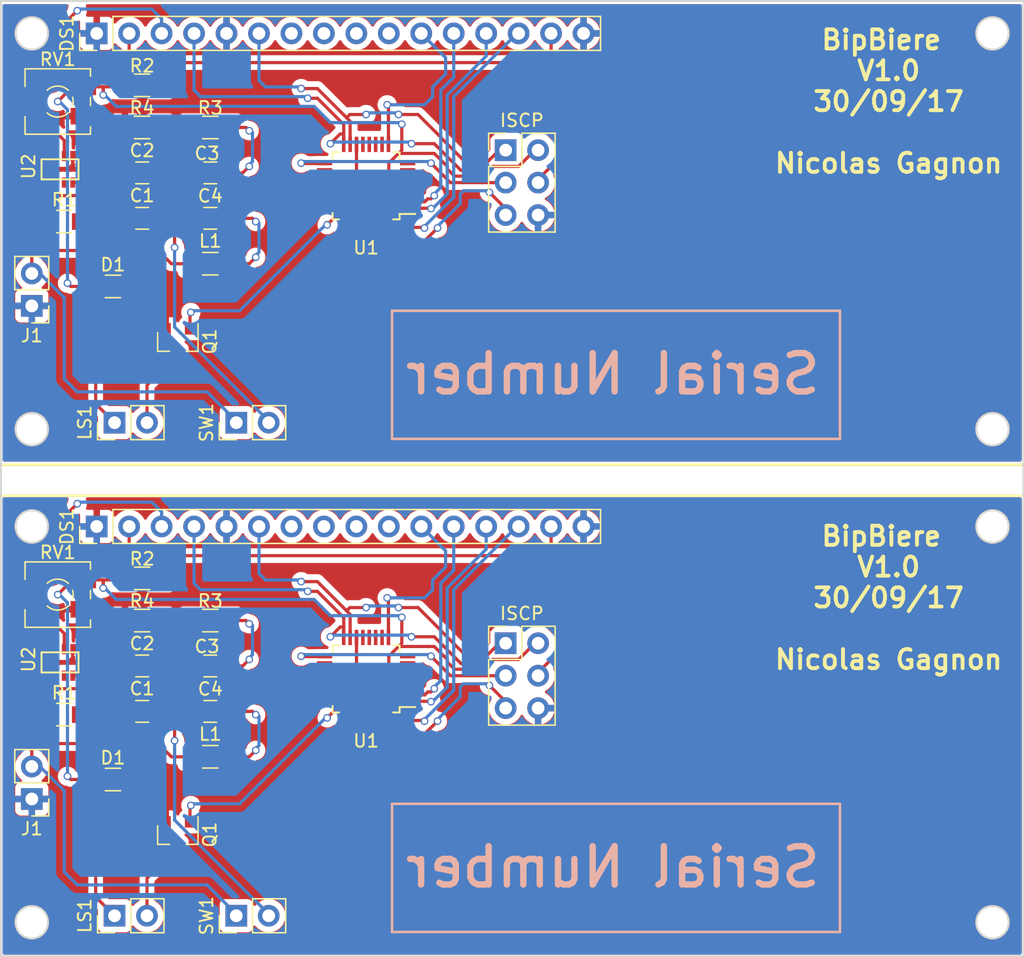
<source format=kicad_pcb>
(kicad_pcb (version 20221018) (generator pcbnew)
  (layers (0 "F.Cu" signal) (31 "B.Cu" signal) (34 "B.Paste" user) (35 "F.Paste" user) (36 "B.SilkS" user "B.Silkscreen") (37 "F.SilkS" user "F.Silkscreen") (38 "B.Mask" user) (39 "F.Mask" user) (44 "Edge.Cuts" user))
  (net 0 "")
  (net 1 "Net-(C1-Pad1)")
  (net 2 "Net-(C1-Pad2)")
  (net 3 "Net-(C2-Pad1)")
  (net 4 "Net-(C2-Pad2)")
  (net 5 "GND")
  (net 6 "+5V")
  (net 7 "Net-(D1-Pad2)")
  (net 8 "Net-(DS1-Pad3)")
  (net 9 "Net-(DS1-Pad7)")
  (net 10 "Net-(DS1-Pad8)")
  (net 11 "Net-(DS1-Pad9)")
  (net 12 "Net-(DS1-Pad10)")
  (net 13 "Net-(DS1-Pad11)")
  (net 14 "Net-(DS1-Pad12)")
  (net 15 "Net-(DS1-Pad13)")
  (net 16 "Net-(DS1-Pad14)")
  (net 17 "Net-(DS1-Pad15)")
  (net 18 "Net-(J1-Pad2)")
  (net 19 "/Speaker")
  (net 20 "Net-(R1-Pad1)")
  (net 21 "Net-(SW1-Pad2)")
  (net 22 "Net-(U2-Pad7)")
  (net 23 "Net-(U1-Pad7)")
  (net 24 "Net-(U1-Pad8)")
  (net 25 "Net-(U1-Pad10)")
  (net 26 "Net-(U1-Pad11)")
  (net 27 "Net-(U1-Pad12)")
  (net 28 "Net-(U1-Pad13)")
  (net 29 "Net-(U1-Pad18)")
  (net 30 "Net-(U1-Pad19)")
  (net 31 "Net-(U1-Pad20)")
  (net 32 "Net-(U1-Pad22)")
  (net 33 "Net-(U1-Pad23)")
  (net 34 "Net-(U1-Pad24)")
  (net 35 "Net-(U1-Pad25)")
  (net 36 "Net-(U1-Pad26)")
  (net 37 "Net-(U1-Pad27)")
  (net 38 "Net-(U1-Pad28)")
  (net 39 "Net-(U1-Pad30)")
  (net 40 "Net-(U1-Pad31)")
  (net 41 "Net-(CON1-Pad1)")
  (net 42 "Net-(CON1-Pad3)")
  (net 43 "Net-(CON1-Pad4)")
  (net 44 "Net-(CON1-Pad5)")
  (footprint "Capacitors_SMD:C_0805_HandSoldering" (layer "F.Cu") (at 106.934 74.168 180)
    (fp_text reference "C1")
    (fp_text value "0.1u" hide)
  )
  (footprint "Capacitors_SMD:C_0805_HandSoldering" (layer "F.Cu") (at 106.934 70.612)
    (fp_text reference "C2")
    (fp_text value "22p" hide)
  )
  (footprint "Capacitors_SMD:C_0805_HandSoldering" (layer "F.Cu") (at 112.268 70.612)
    (fp_text reference "C3")
    (fp_text value "22u" hide)
  )
  (footprint "Capacitors_SMD:C_0805_HandSoldering" (layer "F.Cu") (at 112.268 74.168)
    (fp_text reference "C4")
    (fp_text value "22u" hide)
  )
  (footprint "Resistors_SMD:R_0805_HandSoldering" (layer "F.Cu") (at 104.648 79.502)
    (fp_text reference "D1")
    (fp_text value "Shockley 0.45V" hide)
  )
  (footprint "Inductors_SMD:L_0805_HandSoldering" (layer "F.Cu") (at 112.268 77.724)
    (fp_text reference "L1")
    (fp_text value "L" hide)
  )
  (footprint "Pin_Headers:Pin_Header_Straight_1x02_Pitch2.54mm" (layer "F.Cu") (at 104.775 90.17 90)
    (fp_text reference "LS1")
    (fp_text value "Speaker" hide)
  )
  (footprint "TO_SOT_Packages_SMD:SOT-23" (layer "F.Cu") (at 109.728 83.82 -90)
    (fp_text reference "Q1")
    (fp_text value "2N7002" hide)
  )
  (footprint "Resistors_SMD:R_0805_HandSoldering" (layer "F.Cu") (at 100.838 74.422)
    (fp_text reference "R1")
    (fp_text value "20" hide)
  )
  (footprint "Resistors_SMD:R_0805_HandSoldering" (layer "F.Cu") (at 106.934 63.754 180)
    (fp_text reference "R2")
    (fp_text value "220" hide)
  )
  (footprint "Resistors_SMD:R_0805_HandSoldering" (layer "F.Cu") (at 112.268 67.056 180)
    (fp_text reference "R3")
    (fp_text value "107k" hide)
  )
  (footprint "Resistors_SMD:R_0805_HandSoldering" (layer "F.Cu") (at 106.934 67.056 180)
    (fp_text reference "R4")
    (fp_text value "20k" hide)
  )
  (footprint "Potentiometers:Potentiometer_Trimmer_Vishay_TS53YJ" (layer "F.Cu") (at 100.33 65.024)
    (fp_text reference "RV1")
    (fp_text value "10k" hide)
  )
  (footprint "Pin_Headers:Pin_Header_Straight_1x02_Pitch2.54mm" (layer "F.Cu") (at 114.3 90.17 90)
    (fp_text reference "SW1")
    (fp_text value "SW_SPST" hide)
  )
  (footprint "BipBiere:RT6215E" (layer "F.Cu") (at 100.33 70.104 -90)
    (fp_text reference "U2")
    (fp_text value "RT6215E" hide)
  )
  (footprint "Housings_QFP:LQFP-32_5x5mm_Pitch0.5mm" (layer "F.Cu") (at 124.46 71.628 180)
    (fp_text reference "U1")
    (fp_text value "ATMEGA328-AU" hide)
  )
  (footprint "Pin_Headers:Pin_Header_Straight_1x02_Pitch2.54mm" (layer "F.Cu") (at 98.298 81.026 180)
    (fp_text reference "J1")
    (fp_text value "Batt" hide)
  )
  (footprint "Pin_Headers:Pin_Header_Straight_1x16_Pitch2.54mm" (layer "F.Cu") (at 103.378 59.69 90)
    (fp_text reference "DS1")
    (fp_text value "LCD16X2" hide)
  )
  (footprint "Pin_Headers:Pin_Header_Straight_2x03_Pitch2.54mm" (layer "F.Cu") (at 135.382 68.834)
    (fp_text reference "ISCP")
    (fp_text value "AVR-ISP-6" hide)
  )
  (footprint "Capacitors_SMD:C_0805_HandSoldering" (layer "F.Cu") (at 106.934 112.776 180)
    (fp_text reference "C1")
    (fp_text value "0.1u" hide)
  )
  (footprint "Capacitors_SMD:C_0805_HandSoldering" (layer "F.Cu") (at 106.934 109.22)
    (fp_text reference "C2")
    (fp_text value "22p" hide)
  )
  (footprint "Capacitors_SMD:C_0805_HandSoldering" (layer "F.Cu") (at 112.268 109.22)
    (fp_text reference "C3")
    (fp_text value "22u" hide)
  )
  (footprint "Capacitors_SMD:C_0805_HandSoldering" (layer "F.Cu") (at 112.268 112.776)
    (fp_text reference "C4")
    (fp_text value "22u" hide)
  )
  (footprint "Resistors_SMD:R_0805_HandSoldering" (layer "F.Cu") (at 104.648 118.11)
    (fp_text reference "D1")
    (fp_text value "Shockley 0.45V" hide)
  )
  (footprint "Inductors_SMD:L_0805_HandSoldering" (layer "F.Cu") (at 112.268 116.332)
    (fp_text reference "L1")
    (fp_text value "L" hide)
  )
  (footprint "Pin_Headers:Pin_Header_Straight_1x02_Pitch2.54mm" (layer "F.Cu") (at 104.775 128.778 90)
    (fp_text reference "LS1")
    (fp_text value "Speaker" hide)
  )
  (footprint "TO_SOT_Packages_SMD:SOT-23" (layer "F.Cu") (at 109.728 122.428 -90)
    (fp_text reference "Q1")
    (fp_text value "2N7002" hide)
  )
  (footprint "Resistors_SMD:R_0805_HandSoldering" (layer "F.Cu") (at 100.838 113.03)
    (fp_text reference "R1")
    (fp_text value "20" hide)
  )
  (footprint "Resistors_SMD:R_0805_HandSoldering" (layer "F.Cu") (at 106.934 102.362 180)
    (fp_text reference "R2")
    (fp_text value "220" hide)
  )
  (footprint "Resistors_SMD:R_0805_HandSoldering" (layer "F.Cu") (at 112.268 105.664 180)
    (fp_text reference "R3")
    (fp_text value "107k" hide)
  )
  (footprint "Resistors_SMD:R_0805_HandSoldering" (layer "F.Cu") (at 106.934 105.664 180)
    (fp_text reference "R4")
    (fp_text value "20k" hide)
  )
  (footprint "Potentiometers:Potentiometer_Trimmer_Vishay_TS53YJ" (layer "F.Cu") (at 100.33 103.632)
    (fp_text reference "RV1")
    (fp_text value "10k" hide)
  )
  (footprint "Pin_Headers:Pin_Header_Straight_1x02_Pitch2.54mm" (layer "F.Cu") (at 114.3 128.778 90)
    (fp_text reference "SW1")
    (fp_text value "SW_SPST" hide)
  )
  (footprint "BipBiere:RT6215E" (layer "F.Cu") (at 100.33 108.712 -90)
    (fp_text reference "U2")
    (fp_text value "RT6215E" hide)
  )
  (footprint "Housings_QFP:LQFP-32_5x5mm_Pitch0.5mm" (layer "F.Cu") (at 124.46 110.236 180)
    (fp_text reference "U1")
    (fp_text value "ATMEGA328-AU" hide)
  )
  (footprint "Pin_Headers:Pin_Header_Straight_1x02_Pitch2.54mm" (layer "F.Cu") (at 98.298 119.634 180)
    (fp_text reference "J1")
    (fp_text value "Batt" hide)
  )
  (footprint "Pin_Headers:Pin_Header_Straight_1x16_Pitch2.54mm" (layer "F.Cu") (at 103.378 98.298 90)
    (fp_text reference "DS1")
    (fp_text value "LCD16X2" hide)
  )
  (footprint "Pin_Headers:Pin_Header_Straight_2x03_Pitch2.54mm" (layer "F.Cu") (at 135.382 107.442)
    (fp_text reference "ISCP")
    (fp_text value "AVR-ISP-6" hide)
  )
  (gr_line (start 126.492 120.015) (end 126.492 130.048) (stroke (width 0.2)) (layer "B.SilkS"))
  (gr_line (start 161.544 120.015) (end 126.492 120.015) (stroke (width 0.2)) (layer "B.SilkS"))
  (gr_line (start 161.544 130.048) (end 161.544 120.015) (stroke (width 0.2)) (layer "B.SilkS"))
  (gr_line (start 126.492 130.048) (end 161.544 130.048) (stroke (width 0.2)) (layer "B.SilkS"))
  (gr_line (start 161.544 91.44) (end 161.544 81.407) (stroke (width 0.2)) (layer "B.SilkS"))
  (gr_line (start 161.544 81.407) (end 126.492 81.407) (stroke (width 0.2)) (layer "B.SilkS"))
  (gr_line (start 126.492 81.407) (end 126.492 91.44) (stroke (width 0.2)) (layer "B.SilkS"))
  (gr_line (start 126.492 91.44) (end 161.544 91.44) (stroke (width 0.2)) (layer "B.SilkS"))
  (gr_line (start 96.012 95.885) (end 175.768 95.885) (stroke (width 0.2)) (layer "F.SilkS"))
  (gr_line (start 175.768 93.472) (end 96.012 93.472) (stroke (width 0.2)) (layer "F.SilkS"))
  (gr_circle (center 173.482 98.298) (end 174.752 98.298) (stroke (width 0.15)) (fill none) (layer "Edge.Cuts"))
  (gr_circle (center 173.482 129.286) (end 174.752 129.286) (stroke (width 0.15)) (fill none) (layer "Edge.Cuts"))
  (gr_line (start 95.885 131.953) (end 175.895 131.953) (stroke (width 0.15)) (layer "Edge.Cuts"))
  (gr_line (start 175.895 95.758) (end 175.895 131.953) (stroke (width 0.15)) (layer "Edge.Cuts"))
  (gr_line (start 95.885 95.758) (end 95.885 131.953) (stroke (width 0.15)) (layer "Edge.Cuts"))
  (gr_circle (center 98.298 129.286) (end 97.028 129.286) (stroke (width 0.15)) (fill none) (layer "Edge.Cuts"))
  (gr_circle (center 98.298 98.298) (end 98.298 97.028) (stroke (width 0.15)) (fill none) (layer "Edge.Cuts"))
  (gr_circle (center 98.298 90.678) (end 97.028 90.678) (stroke (width 0.15)) (fill none) (layer "Edge.Cuts"))
  (gr_circle (center 173.482 59.69) (end 174.752 59.69) (stroke (width 0.15)) (fill none) (layer "Edge.Cuts"))
  (gr_line (start 175.895 57.15) (end 95.885 57.15) (stroke (width 0.15)) (layer "Edge.Cuts"))
  (gr_circle (center 98.298 59.69) (end 98.298 58.42) (stroke (width 0.15)) (fill none) (layer "Edge.Cuts"))
  (gr_line (start 95.885 93.345) (end 95.885 95.758) (stroke (width 0.15)) (layer "Edge.Cuts"))
  (gr_line (start 95.885 57.15) (end 95.885 93.345) (stroke (width 0.15)) (layer "Edge.Cuts"))
  (gr_line (start 175.895 93.345) (end 175.895 95.758) (stroke (width 0.15)) (layer "Edge.Cuts"))
  (gr_line (start 175.895 57.15) (end 175.895 93.345) (stroke (width 0.15)) (layer "Edge.Cuts"))
  (gr_circle (center 173.482 90.678) (end 174.752 90.678) (stroke (width 0.15)) (fill none) (layer "Edge.Cuts"))
  (gr_text "Serial Number" (at 143.764 124.968) (layer "B.SilkS") (effects (font (size 3 3) (thickness 0.5)) (justify mirror)))
  (gr_text "Serial Number" (at 143.764 86.36) (layer "B.SilkS") (effects (font (size 3 3) (thickness 0.5)) (justify mirror)))
  (gr_text "BipBiere \nV1.0\n30/09/17\n\nNicolas Gagnon" (at 165.354 65.024) (layer "F.SilkS") (effects (font (size 1.5 1.5) (thickness 0.3))))
  (gr_text "BipBiere \nV1.0\n30/09/17\n\nNicolas Gagnon" (at 165.354 103.886) (layer "F.SilkS") (effects (font (size 1.5 1.5) (thickness 0.3))))
  (segment (start 109.22 77.724) (end 108.184 76.688) (width 0.25) (layer "F.Cu") (net 1))
  (segment (start 108.184 76.688) (end 108.184 74.168) (width 0.25) (layer "F.Cu") (net 1))
  (segment (start 98.786 76.688) (end 97.79 75.692) (width 0.25) (layer "F.Cu") (net 1))
  (segment (start 97.79 75.692) (end 97.79 68.326) (width 0.25) (layer "F.Cu") (net 1))
  (segment (start 97.79 68.326) (end 98.298 67.818) (width 0.25) (layer "F.Cu") (net 1))
  (segment (start 98.298 67.818) (end 99.822 67.818) (width 0.25) (layer "F.Cu") (net 1))
  (segment (start 99.822 67.818) (end 100.1776 68.1736) (width 0.25) (layer "F.Cu") (net 1))
  (segment (start 100.1776 68.1736) (end 100.1776 69.2912) (width 0.25) (layer "F.Cu") (net 1))
  (segment (start 108.184 115.296) (end 98.786 115.296) (width 0.25) (layer "F.Cu") (net 1))
  (segment (start 100.1776 106.7816) (end 100.1776 107.8992) (width 0.25) (layer "F.Cu") (net 1))
  (segment (start 99.822 106.426) (end 100.1776 106.7816) (width 0.25) (layer "F.Cu") (net 1))
  (segment (start 98.298 106.426) (end 99.822 106.426) (width 0.25) (layer "F.Cu") (net 1))
  (segment (start 97.79 106.934) (end 98.298 106.426) (width 0.25) (layer "F.Cu") (net 1))
  (segment (start 97.79 114.3) (end 97.79 106.934) (width 0.25) (layer "F.Cu") (net 1))
  (segment (start 98.786 115.296) (end 97.79 114.3) (width 0.25) (layer "F.Cu") (net 1))
  (segment (start 110.918 116.332) (end 109.22 116.332) (width 0.25) (layer "F.Cu") (net 1))
  (segment (start 108.184 115.296) (end 108.184 112.776) (width 0.25) (layer "F.Cu") (net 1))
  (segment (start 109.22 116.332) (end 108.184 115.296) (width 0.25) (layer "F.Cu") (net 1))
  (segment (start 110.918 77.724) (end 109.22 77.724) (width 0.25) (layer "F.Cu") (net 1))
  (segment (start 108.184 76.688) (end 98.786 76.688) (width 0.25) (layer "F.Cu") (net 1))
  (segment (start 102.442 74.168) (end 102.188 74.422) (width 0.25) (layer "F.Cu") (net 2))
  (segment (start 105.684 112.776) (end 102.442 112.776) (width 0.25) (layer "F.Cu") (net 2))
  (segment (start 102.442 112.776) (end 102.188 113.03) (width 0.25) (layer "F.Cu") (net 2))
  (segment (start 105.684 74.168) (end 102.442 74.168) (width 0.25) (layer "F.Cu") (net 2))
  (segment (start 104.922 71.374) (end 105.684 70.612) (width 0.25) (layer "F.Cu") (net 3))
  (segment (start 108.284 68.012) (end 105.684 70.612) (width 0.25) (layer "F.Cu") (net 3))
  (segment (start 108.284 105.664) (end 108.284 106.62) (width 0.25) (layer "F.Cu") (net 3))
  (segment (start 108.284 106.62) (end 105.684 109.22) (width 0.25) (layer "F.Cu") (net 3))
  (segment (start 110.918 105.664) (end 108.284 105.664) (width 0.25) (layer "F.Cu") (net 3))
  (segment (start 101.4984 109.982) (end 104.922 109.982) (width 0.25) (layer "F.Cu") (net 3))
  (segment (start 104.922 109.982) (end 105.684 109.22) (width 0.25) (layer "F.Cu") (net 3))
  (segment (start 101.4984 71.374) (end 104.922 71.374) (width 0.25) (layer "F.Cu") (net 3))
  (segment (start 108.284 67.056) (end 108.284 68.012) (width 0.25) (layer "F.Cu") (net 3))
  (segment (start 110.918 67.056) (end 108.284 67.056) (width 0.25) (layer "F.Cu") (net 3))
  (segment (start 108.184 70.846) (end 109.728 72.39) (width 0.25) (layer "F.Cu") (net 4))
  (segment (start 109.728 72.39) (end 113.538 72.39) (width 0.25) (layer "F.Cu") (net 4))
  (segment (start 113.538 72.39) (end 113.518 72.41) (width 0.25) (layer "F.Cu") (net 4))
  (segment (start 113.518 72.41) (end 113.518 74.168) (width 0.25) (layer "F.Cu") (net 4))
  (segment (start 113.518 72.39) (end 113.538 72.39) (width 0.25) (layer "F.Cu") (net 4))
  (segment (start 113.518 77.624) (end 113.618 77.724) (width 0.25) (layer "F.Cu") (net 4))
  (segment (start 113.618 70.512) (end 113.518 70.612) (width 0.25) (layer "F.Cu") (net 4))
  (segment (start 114.808 70.612) (end 115.316 70.104) (width 0.25) (layer "F.Cu") (net 4))
  (segment (start 115.316 67.31) (end 115.062 67.056) (width 0.25) (layer "F.Cu") (net 4))
  (segment (start 115.062 67.056) (end 113.618 67.056) (width 0.25) (layer "F.Cu") (net 4))
  (segment (start 115.316 77.724) (end 115.824 77.216) (width 0.25) (layer "F.Cu") (net 4))
  (segment (start 115.824 74.422) (end 115.57 74.168) (width 0.25) (layer "F.Cu") (net 4))
  (segment (start 115.57 74.168) (end 113.518 74.168) (width 0.25) (layer "F.Cu") (net 4))
  (segment (start 113.618 116.332) (end 115.316 116.332) (width 0.25) (layer "F.Cu") (net 4))
  (segment (start 115.57 112.776) (end 113.518 112.776) (width 0.25) (layer "F.Cu") (net 4))
  (segment (start 115.824 113.03) (end 115.57 112.776) (width 0.25) (layer "F.Cu") (net 4))
  (segment (start 115.316 116.332) (end 115.824 115.824) (width 0.25) (layer "F.Cu") (net 4))
  (segment (start 113.518 109.22) (end 114.808 109.22) (width 0.25) (layer "F.Cu") (net 4))
  (segment (start 115.062 105.664) (end 113.618 105.664) (width 0.25) (layer "F.Cu") (net 4))
  (segment (start 115.316 105.918) (end 115.062 105.664) (width 0.25) (layer "F.Cu") (net 4))
  (segment (start 114.808 109.22) (end 115.316 108.712) (width 0.25) (layer "F.Cu") (net 4))
  (segment (start 113.618 109.12) (end 113.518 109.22) (width 0.25) (layer "F.Cu") (net 4))
  (segment (start 113.518 116.232) (end 113.618 116.332) (width 0.25) (layer "F.Cu") (net 4))
  (segment (start 113.518 109.22) (end 113.518 110.998) (width 0.25) (layer "F.Cu") (net 4))
  (segment (start 113.518 110.998) (end 113.538 110.998) (width 0.25) (layer "F.Cu") (net 4))
  (segment (start 108.184 109.22) (end 108.184 109.454) (width 0.25) (layer "F.Cu") (net 4))
  (segment (start 108.184 109.454) (end 109.728 110.998) (width 0.25) (layer "F.Cu") (net 4))
  (segment (start 109.728 110.998) (end 113.538 110.998) (width 0.25) (layer "F.Cu") (net 4))
  (segment (start 113.538 110.998) (end 113.518 111.018) (width 0.25) (layer "F.Cu") (net 4))
  (segment (start 113.518 111.018) (end 113.518 112.776) (width 0.25) (layer "F.Cu") (net 4))
  (segment (start 113.518 70.612) (end 114.808 70.612) (width 0.25) (layer "F.Cu") (net 4))
  (segment (start 113.518 70.612) (end 113.518 72.39) (width 0.25) (layer "F.Cu") (net 4))
  (segment (start 108.184 70.612) (end 108.184 70.846) (width 0.25) (layer "F.Cu") (net 4))
  (segment (start 113.618 77.724) (end 115.316 77.724) (width 0.25) (layer "F.Cu") (net 4))
  (via (at 115.824 113.03) (size 0.6) (drill 0.4) (layers "F.Cu" "B.Cu") (net 4))
  (via (at 115.824 115.824) (size 0.6) (drill 0.4) (layers "F.Cu" "B.Cu") (net 4))
  (via (at 115.316 105.918) (size 0.6) (drill 0.4) (layers "F.Cu" "B.Cu") (net 4))
  (via (at 115.316 108.712) (size 0.6) (drill 0.4) (layers "F.Cu" "B.Cu") (net 4))
  (via (at 115.316 70.104) (size 0.6) (drill 0.4) (layers "F.Cu" "B.Cu") (net 4))
  (via (at 115.316 67.31) (size 0.6) (drill 0.4) (layers "F.Cu" "B.Cu") (net 4))
  (via (at 115.824 77.216) (size 0.6) (drill 0.4) (layers "F.Cu" "B.Cu") (net 4))
  (via (at 115.824 74.422) (size 0.6) (drill 0.4) (layers "F.Cu" "B.Cu") (net 4))
  (segment (start 115.316 69.977) (end 115.57 69.723) (width 0.25) (layer "B.Cu") (net 4))
  (segment (start 115.57 69.723) (end 115.57 67.437) (width 0.25) (layer "B.Cu") (net 4))
  (segment (start 115.57 67.437) (end 115.316 67.183) (width 0.25) (layer "B.Cu") (net 4))
  (segment (start 115.824 77.089) (end 116.078 76.835) (width 0.25) (layer "B.Cu") (net 4))
  (segment (start 116.078 76.835) (end 116.078 74.549) (width 0.25) (layer "B.Cu") (net 4))
  (segment (start 116.078 74.549) (end 115.824 74.295) (width 0.25) (layer "B.Cu") (net 4))
  (segment (start 116.078 113.157) (end 115.824 112.903) (width 0.25) (layer "B.Cu") (net 4))
  (segment (start 116.078 115.443) (end 116.078 113.157) (width 0.25) (layer "B.Cu") (net 4))
  (segment (start 115.824 115.697) (end 116.078 115.443) (width 0.25) (layer "B.Cu") (net 4))
  (segment (start 115.57 106.045) (end 115.316 105.791) (width 0.25) (layer "B.Cu") (net 4))
  (segment (start 115.57 108.331) (end 115.57 106.045) (width 0.25) (layer "B.Cu") (net 4))
  (segment (start 115.316 108.585) (end 115.57 108.331) (width 0.25) (layer "B.Cu") (net 4))
  (segment (start 127.714 71.374) (end 127.71 71.378) (width 0.25) (layer "F.Cu") (net 5))
  (segment (start 119.638 71.878) (end 119.634 71.882) (width 0.25) (layer "F.Cu") (net 5))
  (segment (start 99.5172 70.0532) (end 99.822 70.358) (width 0.25) (layer "F.Cu") (net 5))
  (segment (start 99.822 70.358) (end 101.092 70.358) (width 0.25) (layer "F.Cu") (net 5))
  (segment (start 101.092 70.358) (end 101.4984 69.9516) (width 0.25) (layer "F.Cu") (net 5))
  (segment (start 101.4984 69.9516) (end 101.4984 69.2912) (width 0.25) (layer "F.Cu") (net 5))
  (segment (start 102.33 68.4596) (end 101.4984 69.2912) (width 0.25) (layer "F.Cu") (net 5))
  (segment (start 128.774 71.378) (end 128.778 71.374) (width 0.25) (layer "F.Cu") (net 5))
  (segment (start 128.782 71.378) (end 129.032 71.628) (width 0.25) (layer "F.Cu") (net 5))
  (segment (start 129.032 71.628) (end 129.032 72.136) (width 0.25) (layer "F.Cu") (net 5))
  (segment (start 129.032 72.136) (end 128.79 72.378) (width 0.25) (layer "F.Cu") (net 5))
  (segment (start 128.79 72.378) (end 127.71 72.378) (width 0.25) (layer "F.Cu") (net 5))
  (segment (start 128.774 109.986) (end 128.782 109.986) (width 0.25) (layer "F.Cu") (net 5))
  (segment (start 128.79 110.986) (end 127.71 110.986) (width 0.25) (layer "F.Cu") (net 5))
  (segment (start 129.032 110.744) (end 128.79 110.986) (width 0.25) (layer "F.Cu") (net 5))
  (segment (start 129.032 110.236) (end 129.032 110.744) (width 0.25) (layer "F.Cu") (net 5))
  (segment (start 128.782 109.986) (end 129.032 110.236) (width 0.25) (layer "F.Cu") (net 5))
  (segment (start 127.71 109.986) (end 128.774 109.986) (width 0.25) (layer "F.Cu") (net 5))
  (segment (start 128.774 109.986) (end 128.778 109.982) (width 0.25) (layer "F.Cu") (net 5))
  (segment (start 102.33 104.782) (end 102.33 107.0676) (width 0.25) (layer "F.Cu") (net 5))
  (segment (start 102.33 107.0676) (end 101.4984 107.8992) (width 0.25) (layer "F.Cu") (net 5))
  (segment (start 99.5172 107.8992) (end 99.5172 108.6612) (width 0.25) (layer "F.Cu") (net 5))
  (segment (start 101.4984 108.5596) (end 101.4984 107.8992) (width 0.25) (layer "F.Cu") (net 5))
  (segment (start 101.092 108.966) (end 101.4984 108.5596) (width 0.25) (layer "F.Cu") (net 5))
  (segment (start 99.822 108.966) (end 101.092 108.966) (width 0.25) (layer "F.Cu") (net 5))
  (segment (start 99.5172 108.6612) (end 99.822 108.966) (width 0.25) (layer "F.Cu") (net 5))
  (segment (start 121.21 110.486) (end 119.638 110.486) (width 0.25) (layer "F.Cu") (net 5))
  (segment (start 119.638 110.486) (end 119.634 110.49) (width 0.25) (layer "F.Cu") (net 5))
  (segment (start 127.714 109.982) (end 127.71 109.986) (width 0.25) (layer "F.Cu") (net 5))
  (segment (start 127.71 71.378) (end 128.774 71.378) (width 0.25) (layer "F.Cu") (net 5))
  (segment (start 121.21 71.878) (end 119.638 71.878) (width 0.25) (layer "F.Cu") (net 5))
  (segment (start 99.5172 69.2912) (end 99.5172 70.0532) (width 0.25) (layer "F.Cu") (net 5))
  (segment (start 102.33 66.174) (end 102.33 68.4596) (width 0.25) (layer "F.Cu") (net 5))
  (segment (start 128.774 71.378) (end 128.782 71.378) (width 0.25) (layer "F.Cu") (net 5))
  (segment (start 105.464 63.874) (end 105.584 63.754) (width 0.25) (layer "F.Cu") (net 6))
  (segment (start 105.918 63.42) (end 105.584 63.754) (width 0.25) (layer "F.Cu") (net 6))
  (segment (start 126.242 71.878) (end 125.992 71.628) (width 0.25) (layer "F.Cu") (net 6))
  (segment (start 125.992 71.628) (end 125.992 71.128) (width 0.25) (layer "F.Cu") (net 6))
  (segment (start 125.992 71.128) (end 126.238 70.882) (width 0.25) (layer "F.Cu") (net 6))
  (segment (start 126.238 70.882) (end 127.706 70.882) (width 0.25) (layer "F.Cu") (net 6))
  (segment (start 127.706 70.882) (end 127.71 70.878) (width 0.25) (layer "F.Cu") (net 6))
  (segment (start 103.886 63.874) (end 105.464 63.874) (width 0.25) (layer "F.Cu") (net 6))
  (segment (start 101.48 63.874) (end 100.33 65.024) (width 0.25) (layer "F.Cu") (net 6))
  (segment (start 101.092 79.248) (end 101.346 79.502) (width 0.25) (layer "F.Cu") (net 6))
  (segment (start 101.346 79.502) (end 103.298 79.502) (width 0.25) (layer "F.Cu") (net 6))
  (segment (start 103.298 88.693) (end 104.775 90.17) (width 0.25) (layer "F.Cu") (net 6))
  (segment (start 126.238 70.612) (end 126.238 70.882) (width 0.25) (layer "F.Cu") (net 6))
  (segment (start 126.238 69.85) (end 127 69.088) (width 0.25) (layer "F.Cu") (net 6))
  (segment (start 127.254 68.834) (end 127.254 66.802) (width 0.25) (layer "F.Cu") (net 6))
  (segment (start 103.886 64.516) (end 103.886 64.008) (width 0.25) (layer "F.Cu") (net 6))
  (segment (start 103.886 64.008) (end 103.886 64.516) (width 0.25) (layer "F.Cu") (net 6))
  (segment (start 137.668 68.834) (end 136.398 70.104) (width 0.25) (layer "F.Cu") (net 6))
  (segment (start 136.398 70.104) (end 134.874 70.104) (width 0.25) (layer "F.Cu") (net 6))
  (segment (start 130.81 70.104) (end 129.794 69.088) (width 0.25) (layer "F.Cu") (net 6))
  (segment (start 129.794 69.088) (end 129.286 69.088) (width 0.25) (layer "F.Cu") (net 6))
  (segment (start 129.286 69.088) (end 127 69.088) (width 0.25) (layer "F.Cu") (net 6))
  (segment (start 127 69.088) (end 127.254 68.834) (width 0.25) (layer "F.Cu") (net 6))
  (segment (start 134.366 70.104) (end 133.604 70.866) (width 0.25) (layer "F.Cu") (net 6))
  (segment (start 133.604 70.866) (end 131.375998 70.866) (width 0.25) (layer "F.Cu") (net 6))
  (segment (start 131.375998 70.866) (end 130.81 70.300002) (width 0.25) (layer "F.Cu") (net 6))
  (segment (start 130.81 70.300002) (end 130.81 70.104) (width 0.25) (layer "F.Cu") (net 6))
  (segment (start 134.874 108.712) (end 134.366 108.712) (width 0.25) (layer "F.Cu") (net 6))
  (segment (start 130.81 108.908002) (end 130.81 108.712) (width 0.25) (layer "F.Cu") (net 6))
  (segment (start 131.375998 109.474) (end 130.81 108.908002) (width 0.25) (layer "F.Cu") (net 6))
  (segment (start 133.604 109.474) (end 131.375998 109.474) (width 0.25) (layer "F.Cu") (net 6))
  (segment (start 134.366 108.712) (end 133.604 109.474) (width 0.25) (layer "F.Cu") (net 6))
  (segment (start 137.922 107.442) (end 137.668 107.442) (width 0.25) (layer "F.Cu") (net 6))
  (segment (start 137.668 107.442) (end 136.398 108.712) (width 0.25) (layer "F.Cu") (net 6))
  (segment (start 136.398 108.712) (end 134.874 108.712) (width 0.25) (layer "F.Cu") (net 6))
  (segment (start 130.81 108.712) (end 129.794 107.696) (width 0.25) (layer "F.Cu") (net 6))
  (segment (start 129.794 107.696) (end 129.286 107.696) (width 0.25) (layer "F.Cu") (net 6))
  (segment (start 129.286 107.696) (end 127 107.696) (width 0.25) (layer "F.Cu") (net 6))
  (segment (start 103.886 103.124) (end 103.886 102.616) (width 0.25) (layer "F.Cu") (net 6))
  (segment (start 126.238 109.22) (end 126.238 108.458) (width 0.25) (layer "F.Cu") (net 6))
  (segment (start 127.254 107.442) (end 127.254 105.41) (width 0.25) (layer "F.Cu") (net 6))
  (segment (start 126.238 108.458) (end 127 107.696) (width 0.25) (layer "F.Cu") (net 6))
  (segment (start 127 107.696) (end 127.254 107.442) (width 0.25) (layer "F.Cu") (net 6))
  (segment (start 127.71 110.486) (end 126.242 110.486) (width 0.25) (layer "F.Cu") (net 6))
  (segment (start 125.992 109.736) (end 126.238 109.49) (width 0.25) (layer "F.Cu") (net 6))
  (segment (start 125.992 110.236) (end 125.992 109.736) (width 0.25) (layer "F.Cu") (net 6))
  (segment (start 126.242 110.486) (end 125.992 110.236) (width 0.25) (layer "F.Cu") (net 6))
  (segment (start 103.886 102.482) (end 103.886 102.616) (width 0.25) (layer "F.Cu") (net 6))
  (segment (start 103.886 102.616) (end 103.886 103.124) (width 0.25) (layer "F.Cu") (net 6))
  (segment (start 126.238 109.49) (end 127.706 109.49) (width 0.25) (layer "F.Cu") (net 6))
  (segment (start 126.238 109.22) (end 126.238 109.49) (width 0.25) (layer "F.Cu") (net 6))
  (segment (start 103.298 118.11) (end 103.298 127.301) (width 0.25) (layer "F.Cu") (net 6))
  (segment (start 103.298 127.301) (end 104.775 128.778) (width 0.25) (layer "F.Cu") (net 6))
  (segment (start 102.33 102.482) (end 101.48 102.482) (width 0.25) (layer "F.Cu") (net 6))
  (segment (start 101.48 102.482) (end 100.33 103.632) (width 0.25) (layer "F.Cu") (net 6))
  (segment (start 101.346 118.11) (end 103.298 118.11) (width 0.25) (layer "F.Cu") (net 6))
  (segment (start 101.092 117.856) (end 101.346 118.11) (width 0.25) (layer "F.Cu") (net 6))
  (segment (start 127.706 109.49) (end 127.71 109.486) (width 0.25) (layer "F.Cu") (net 6))
  (segment (start 105.918 98.298) (end 105.918 102.028) (width 0.25) (layer "F.Cu") (net 6))
  (segment (start 105.918 102.028) (end 105.584 102.362) (width 0.25) (layer "F.Cu") (net 6))
  (segment (start 102.33 102.482) (end 103.886 102.482) (width 0.25) (layer "F.Cu") (net 6))
  (segment (start 103.886 102.482) (end 105.464 102.482) (width 0.25) (layer "F.Cu") (net 6))
  (segment (start 105.464 102.482) (end 105.584 102.362) (width 0.25) (layer "F.Cu") (net 6))
  (segment (start 105.918 59.69) (end 105.918 63.42) (width 0.25) (layer "F.Cu") (net 6))
  (segment (start 127.71 71.878) (end 126.242 71.878) (width 0.25) (layer "F.Cu") (net 6))
  (segment (start 102.33 63.874) (end 101.48 63.874) (width 0.25) (layer "F.Cu") (net 6))
  (segment (start 103.298 79.502) (end 103.298 88.693) (width 0.25) (layer "F.Cu") (net 6))
  (segment (start 103.886 63.874) (end 103.886 64.008) (width 0.25) (layer "F.Cu") (net 6))
  (segment (start 126.238 70.612) (end 126.238 69.85) (width 0.25) (layer "F.Cu") (net 6))
  (segment (start 102.33 63.874) (end 103.886 63.874) (width 0.25) (layer "F.Cu") (net 6))
  (segment (start 137.922 68.834) (end 137.668 68.834) (width 0.25) (layer "F.Cu") (net 6))
  (segment (start 134.874 70.104) (end 134.366 70.104) (width 0.25) (layer "F.Cu") (net 6))
  (via (at 103.886 103.124) (size 0.6) (drill 0.4) (layers "F.Cu" "B.Cu") (net 6))
  (via (at 127.254 105.41) (size 0.6) (drill 0.4) (layers "F.Cu" "B.Cu") (net 6))
  (via (at 101.092 117.856) (size 0.6) (drill 0.4) (layers "F.Cu" "B.Cu") (net 6))
  (via (at 100.33 103.632) (size 0.6) (drill 0.4) (layers "F.Cu" "B.Cu") (net 6))
  (via (at 103.886 64.516) (size 0.6) (drill 0.4) (layers "F.Cu" "B.Cu") (net 6))
  (via (at 101.092 79.248) (size 0.6) (drill 0.4) (layers "F.Cu" "B.Cu") (net 6))
  (via (at 127.254 66.802) (size 0.6) (drill 0.4) (layers "F.Cu" "B.Cu") (net 6))
  (via (at 100.33 65.024) (size 0.6) (drill 0.4) (layers "F.Cu" "B.Cu") (net 6))
  (segment (start 104.902 65.405) (end 120.396 65.405) (width 0.25) (layer "B.Cu") (net 6))
  (segment (start 120.396 65.405) (end 121.666 66.675) (width 0.25) (layer "B.Cu") (net 6))
  (segment (start 100.33 64.897) (end 101.092 65.659) (width 0.25) (layer "B.Cu") (net 6))
  (segment (start 101.092 65.659) (end 101.092 79.121) (width 0.25) (layer "B.Cu") (net 6))
  (segment (start 127.254 66.675) (end 121.666 66.675) (width 0.25) (layer "B.Cu") (net 6))
  (segment (start 104.902 104.013) (end 103.886 102.997) (width 0.25) (layer "B.Cu") (net 6))
  (segment (start 127.254 105.283) (end 121.666 105.283) (width 0.25) (layer "B.Cu") (net 6))
  (segment (start 120.396 104.013) (end 121.666 105.283) (width 0.25) (layer "B.Cu") (net 6))
  (segment (start 104.902 104.013) (end 120.396 104.013) (width 0.25) (layer "B.Cu") (net 6))
  (segment (start 101.092 104.267) (end 101.092 117.729) (width 0.25) (layer "B.Cu") (net 6))
  (segment (start 100.33 103.505) (end 101.092 104.267) (width 0.25) (layer "B.Cu") (net 6))
  (segment (start 104.902 65.405) (end 103.886 64.389) (width 0.25) (layer "B.Cu") (net 6))
  (segment (start 107.315 87.233) (end 108.196 86.352) (width 0.25) (layer "F.Cu") (net 7))
  (segment (start 108.196 86.352) (end 109.728 84.82) (width 0.25) (layer "F.Cu") (net 7))
  (segment (start 106.68 84.836) (end 106.68 80.184) (width 0.25) (layer "F.Cu") (net 7))
  (segment (start 106.68 80.184) (end 105.998 79.502) (width 0.25) (layer "F.Cu") (net 7))
  (segment (start 108.196 124.96) (end 106.68 123.444) (width 0.25) (layer "F.Cu") (net 7))
  (segment (start 106.68 118.792) (end 105.998 118.11) (width 0.25) (layer "F.Cu") (net 7))
  (segment (start 106.68 123.444) (end 106.68 118.792) (width 0.25) (layer "F.Cu") (net 7))
  (segment (start 107.315 128.778) (end 107.315 125.841) (width 0.25) (layer "F.Cu") (net 7))
  (segment (start 107.315 125.841) (end 108.196 124.96) (width 0.25) (layer "F.Cu") (net 7))
  (segment (start 108.196 124.96) (end 109.728 123.428) (width 0.25) (layer "F.Cu") (net 7))
  (segment (start 107.315 90.17) (end 107.315 87.233) (width 0.25) (layer "F.Cu") (net 7))
  (segment (start 108.196 86.352) (end 106.68 84.836) (width 0.25) (layer "F.Cu") (net 7))
  (segment (start 98.33 63.722) (end 100.584 61.468) (width 0.25) (layer "F.Cu") (net 8))
  (segment (start 100.584 61.468) (end 100.584 59.182) (width 0.25) (layer "F.Cu") (net 8))
  (segment (start 100.584 59.182) (end 101.854 57.912) (width 0.25) (layer "F.Cu") (net 8))
  (segment (start 101.854 57.912) (end 100.584 59.182) (width 0.25) (layer "F.Cu") (net 8))
  (segment (start 101.854 96.52) (end 100.584 97.79) (width 0.25) (layer "F.Cu") (net 8))
  (segment (start 98.33 103.632) (end 98.33 102.33) (width 0.25) (layer "F.Cu") (net 8))
  (segment (start 100.584 97.79) (end 101.854 96.52) (width 0.25) (layer "F.Cu") (net 8))
  (segment (start 100.584 100.076) (end 100.584 97.79) (width 0.25) (layer "F.Cu") (net 8))
  (segment (start 98.33 102.33) (end 100.584 100.076) (width 0.25) (layer "F.Cu") (net 8))
  (segment (start 98.33 65.024) (end 98.33 63.722) (width 0.25) (layer "F.Cu") (net 8))
  (via (at 101.854 96.52) (size 0.6) (drill 0.4) (layers "F.Cu" "B.Cu") (net 8))
  (via (at 101.854 57.912) (size 0.6) (drill 0.4) (layers "F.Cu" "B.Cu") (net 8))
  (segment (start 108.458 58.547) (end 107.696 57.785) (width 0.25) (layer "B.Cu") (net 8))
  (segment (start 107.696 57.785) (end 101.854 57.785) (width 0.25) (layer "B.Cu") (net 8))
  (segment (start 108.458 98.171) (end 108.458 97.155) (width 0.25) (layer "B.Cu") (net 8))
  (segment (start 107.696 96.393) (end 101.854 96.393) (width 0.25) (layer "B.Cu") (net 8))
  (segment (start 108.458 97.155) (end 107.696 96.393) (width 0.25) (layer "B.Cu") (net 8))
  (segment (start 108.458 59.563) (end 108.458 58.547) (width 0.25) (layer "B.Cu") (net 8))
  (segment (start 126.111 65.278) (end 126.21 65.377) (width 0.25) (layer "F.Cu") (net 13))
  (segment (start 126.21 65.377) (end 126.21 68.378) (width 0.25) (layer "F.Cu") (net 13))
  (segment (start 126.21 103.985) (end 126.21 106.986) (width 0.25) (layer "F.Cu") (net 13))
  (segment (start 126.111 103.886) (end 126.21 103.985) (width 0.25) (layer "F.Cu") (net 13))
  (via (at 126.111 103.886) (size 0.6) (drill 0.4) (layers "F.Cu" "B.Cu") (net 13))
  (via (at 126.111 65.278) (size 0.6) (drill 0.4) (layers "F.Cu" "B.Cu") (net 13))
  (segment (start 130.683 61.595) (end 130.683 62.865) (width 0.25) (layer "B.Cu") (net 13))
  (segment (start 130.683 62.865) (end 129.667 63.881) (width 0.25) (layer "B.Cu") (net 13))
  (segment (start 129.667 63.881) (end 129.667 64.643) (width 0.25) (layer "B.Cu") (net 13))
  (segment (start 129.667 64.643) (end 129.032 65.278) (width 0.25) (layer "B.Cu") (net 13))
  (segment (start 129.032 65.278) (end 126.111 65.278) (width 0.25) (layer "B.Cu") (net 13))
  (segment (start 128.778 98.298) (end 130.683 100.203) (width 0.25) (layer "B.Cu") (net 13))
  (segment (start 129.032 103.886) (end 126.111 103.886) (width 0.25) (layer "B.Cu") (net 13))
  (segment (start 129.667 103.251) (end 129.032 103.886) (width 0.25) (layer "B.Cu") (net 13))
  (segment (start 129.667 102.489) (end 129.667 103.251) (width 0.25) (layer "B.Cu") (net 13))
  (segment (start 130.683 101.473) (end 129.667 102.489) (width 0.25) (layer "B.Cu") (net 13))
  (segment (start 130.683 100.203) (end 130.683 101.473) (width 0.25) (layer "B.Cu") (net 13))
  (segment (start 128.778 59.69) (end 130.683 61.595) (width 0.25) (layer "B.Cu") (net 13))
  (segment (start 129.052 72.878) (end 129.286 72.644) (width 0.25) (layer "F.Cu") (net 14))
  (segment (start 129.794 72.39) (end 129.54 72.644) (width 0.25) (layer "F.Cu") (net 14))
  (segment (start 129.54 72.644) (end 129.286 72.644) (width 0.25) (layer "F.Cu") (net 14))
  (segment (start 129.54 111.252) (end 129.286 111.252) (width 0.25) (layer "F.Cu") (net 14))
  (segment (start 129.794 110.998) (end 129.54 111.252) (width 0.25) (layer "F.Cu") (net 14))
  (segment (start 127.71 111.486) (end 129.052 111.486) (width 0.25) (layer "F.Cu") (net 14))
  (segment (start 129.052 111.486) (end 129.286 111.252) (width 0.25) (layer "F.Cu") (net 14))
  (segment (start 127.71 72.878) (end 129.052 72.878) (width 0.25) (layer "F.Cu") (net 14))
  (via (at 129.794 110.998) (size 0.6) (drill 0.4) (layers "F.Cu" "B.Cu") (net 14))
  (via (at 129.794 72.39) (size 0.6) (drill 0.4) (layers "F.Cu" "B.Cu") (net 14))
  (segment (start 130.302 64.135) (end 131.318 63.119) (width 0.25) (layer "B.Cu") (net 14))
  (segment (start 131.318 63.119) (end 131.318 59.563) (width 0.25) (layer "B.Cu") (net 14))
  (segment (start 130.302 71.247) (end 130.302 64.135) (width 0.25) (layer "B.Cu") (net 14))
  (segment (start 130.302 71.755) (end 129.794 72.263) (width 0.25) (layer "B.Cu") (net 14))
  (segment (start 130.302 109.855) (end 130.302 110.363) (width 0.25) (layer "B.Cu") (net 14))
  (segment (start 130.302 110.363) (end 129.794 110.871) (width 0.25) (layer "B.Cu") (net 14))
  (segment (start 131.318 101.727) (end 131.318 98.171) (width 0.25) (layer "B.Cu") (net 14))
  (segment (start 130.302 102.743) (end 131.318 101.727) (width 0.25) (layer "B.Cu") (net 14))
  (segment (start 130.302 109.855) (end 130.302 102.743) (width 0.25) (layer "B.Cu") (net 14))
  (segment (start 130.302 71.247) (end 130.302 71.755) (width 0.25) (layer "B.Cu") (net 14))
  (segment (start 129.54 73.406) (end 129.512 73.378) (width 0.25) (layer "F.Cu") (net 15))
  (segment (start 129.512 73.378) (end 127.71 73.378) (width 0.25) (layer "F.Cu") (net 15))
  (segment (start 129.512 111.986) (end 127.71 111.986) (width 0.25) (layer "F.Cu") (net 15))
  (segment (start 129.54 112.014) (end 129.512 111.986) (width 0.25) (layer "F.Cu") (net 15))
  (via (at 129.54 112.014) (size 0.6) (drill 0.4) (layers "F.Cu" "B.Cu") (net 15))
  (via (at 129.54 73.406) (size 0.6) (drill 0.4) (layers "F.Cu" "B.Cu") (net 15))
  (segment (start 133.858 61.466602) (end 130.81 64.514602) (width 0.25) (layer "B.Cu") (net 15))
  (segment (start 130.81 64.514602) (end 130.81 72.263) (width 0.25) (layer "B.Cu") (net 15))
  (segment (start 130.81 72.263) (end 129.794 73.279) (width 0.25) (layer "B.Cu") (net 15))
  (segment (start 129.794 73.279) (end 129.54 73.279) (width 0.25) (layer "B.Cu") (net 15))
  (segment (start 133.858 98.171) (end 133.858 100.074602) (width 0.25) (layer "B.Cu") (net 15))
  (segment (start 129.794 111.887) (end 129.54 111.887) (width 0.25) (layer "B.Cu") (net 15))
  (segment (start 130.81 110.871) (end 129.794 111.887) (width 0.25) (layer "B.Cu") (net 15))
  (segment (start 130.81 103.122602) (end 130.81 110.871) (width 0.25) (layer "B.Cu") (net 15))
  (segment (start 133.858 100.074602) (end 130.81 103.122602) (width 0.25) (layer "B.Cu") (net 15))
  (segment (start 133.858 59.563) (end 133.858 61.466602) (width 0.25) (layer "B.Cu") (net 15))
  (segment (start 129.032 74.93) (end 128.98 74.878) (width 0.25) (layer "F.Cu") (net 16))
  (segment (start 128.98 74.878) (end 126.21 74.878) (width 0.25) (layer "F.Cu") (net 16))
  (segment (start 128.98 113.486) (end 126.21 113.486) (width 0.25) (layer "F.Cu") (net 16))
  (segment (start 129.032 113.538) (end 128.98 113.486) (width 0.25) (layer "F.Cu") (net 16))
  (via (at 129.032 113.538) (size 0.6) (drill 0.4) (layers "F.Cu" "B.Cu") (net 16))
  (via (at 129.032 74.93) (size 0.6) (drill 0.4) (layers "F.Cu" "B.Cu") (net 16))
  (segment (start 131.318 64.643) (end 131.318 72.517) (width 0.25) (layer "B.Cu") (net 16))
  (segment (start 131.318 72.517) (end 129.032 74.803) (width 0.25) (layer "B.Cu") (net 16))
  (segment (start 136.398 98.171) (end 131.318 103.251) (width 0.25) (layer "B.Cu") (net 16))
  (segment (start 131.318 111.125) (end 129.032 113.411) (width 0.25) (layer "B.Cu") (net 16))
  (segment (start 131.318 103.251) (end 131.318 111.125) (width 0.25) (layer "B.Cu") (net 16))
  (segment (start 136.398 59.563) (end 131.318 64.643) (width 0.25) (layer "B.Cu") (net 16))
  (segment (start 108.284 63.674) (end 109.982 61.976) (width 0.25) (layer "F.Cu") (net 17))
  (segment (start 109.982 61.976) (end 137.922 61.976) (width 0.25) (layer "F.Cu") (net 17))
  (segment (start 137.922 61.976) (end 138.938 60.96) (width 0.25) (layer "F.Cu") (net 17))
  (segment (start 138.938 60.96) (end 138.938 59.69) (width 0.25) (layer "F.Cu") (net 17))
  (segment (start 108.284 102.362) (end 108.284 102.282) (width 0.25) (layer "F.Cu") (net 17))
  (segment (start 108.284 102.282) (end 109.982 100.584) (width 0.25) (layer "F.Cu") (net 17))
  (segment (start 109.982 100.584) (end 137.922 100.584) (width 0.25) (layer "F.Cu") (net 17))
  (segment (start 137.922 100.584) (end 138.938 99.568) (width 0.25) (layer "F.Cu") (net 17))
  (segment (start 138.938 99.568) (end 138.938 98.298) (width 0.25) (layer "F.Cu") (net 17))
  (segment (start 108.284 63.754) (end 108.284 63.674) (width 0.25) (layer "F.Cu") (net 17))
  (segment (start 98.298 77.216) (end 97.282 76.2) (width 0.25) (layer "F.Cu") (net 18))
  (segment (start 97.282 76.2) (end 97.282 68.072) (width 0.25) (layer "F.Cu") (net 18))
  (segment (start 97.282 68.072) (end 98.044 67.31) (width 0.25) (layer "F.Cu") (net 18))
  (segment (start 98.044 67.31) (end 100.076 67.31) (width 0.25) (layer "F.Cu") (net 18))
  (segment (start 100.076 67.31) (end 100.838 68.072) (width 0.25) (layer "F.Cu") (net 18))
  (segment (start 100.838 68.072) (end 100.838 69.2912) (width 0.25) (layer "F.Cu") (net 18))
  (segment (start 98.298 117.094) (end 98.298 115.824) (width 0.25) (layer "F.Cu") (net 18))
  (segment (start 100.838 106.68) (end 100.838 107.8992) (width 0.25) (layer "F.Cu") (net 18))
  (segment (start 100.076 105.918) (end 100.838 106.68) (width 0.25) (layer "F.Cu") (net 18))
  (segment (start 98.044 105.918) (end 100.076 105.918) (width 0.25) (layer "F.Cu") (net 18))
  (segment (start 97.282 106.68) (end 98.044 105.918) (width 0.25) (layer "F.Cu") (net 18))
  (segment (start 97.282 114.808) (end 97.282 106.68) (width 0.25) (layer "F.Cu") (net 18))
  (segment (start 98.298 115.824) (end 97.282 114.808) (width 0.25) (layer "F.Cu") (net 18))
  (segment (start 98.298 78.486) (end 98.298 77.216) (width 0.25) (layer "F.Cu") (net 18))
  (segment (start 98.806 78.359) (end 100.838 80.391) (width 0.25) (layer "B.Cu") (net 18))
  (segment (start 100.838 80.391) (end 100.838 86.741) (width 0.25) (layer "B.Cu") (net 18))
  (segment (start 100.838 86.741) (end 101.854 87.757) (width 0.25) (layer "B.Cu") (net 18))
  (segment (start 101.854 87.757) (end 112.014 87.757) (width 0.25) (layer "B.Cu") (net 18))
  (segment (start 112.014 87.757) (end 114.3 90.043) (width 0.25) (layer "B.Cu") (net 18))
  (segment (start 98.298 116.967) (end 98.806 116.967) (width 0.25) (layer "B.Cu") (net 18))
  (segment (start 98.806 116.967) (end 100.838 118.999) (width 0.25) (layer "B.Cu") (net 18))
  (segment (start 100.838 118.999) (end 100.838 125.349) (width 0.25) (layer "B.Cu") (net 18))
  (segment (start 100.838 125.349) (end 101.854 126.365) (width 0.25) (layer "B.Cu") (net 18))
  (segment (start 101.854 126.365) (end 112.014 126.365) (width 0.25) (layer "B.Cu") (net 18))
  (segment (start 112.014 126.365) (end 114.3 128.651) (width 0.25) (layer "B.Cu") (net 18))
  (segment (start 98.298 78.359) (end 98.806 78.359) (width 0.25) (layer "B.Cu") (net 18))
  (segment (start 123.71 72.378) (end 121.412 74.676) (width 0.25) (layer "F.Cu") (net 19))
  (segment (start 110.744 81.534) (end 110.678 81.6) (width 0.25) (layer "F.Cu") (net 19))
  (segment (start 110.678 81.6) (end 110.678 82.82) (width 0.25) (layer "F.Cu") (net 19))
  (segment (start 123.71 106.986) (end 123.71 110.986) (width 0.25) (layer "F.Cu") (net 19))
  (segment (start 110.678 120.208) (end 110.678 121.428) (width 0.25) (layer "F.Cu") (net 19))
  (segment (start 110.744 120.142) (end 110.678 120.208) (width 0.25) (layer "F.Cu") (net 19))
  (segment (start 123.71 110.986) (end 121.412 113.284) (width 0.25) (layer "F.Cu") (net 19))
  (segment (start 123.71 68.378) (end 123.71 72.378) (width 0.25) (layer "F.Cu") (net 19))
  (via (at 110.744 120.142) (size 0.6) (drill 0.4) (layers "F.Cu" "B.Cu") (net 19))
  (via (at 121.412 113.284) (size 0.6) (drill 0.4) (layers "F.Cu" "B.Cu") (net 19))
  (via (at 121.412 74.676) (size 0.6) (drill 0.4) (layers "F.Cu" "B.Cu") (net 19))
  (via (at 110.744 81.534) (size 0.6) (drill 0.4) (layers "F.Cu" "B.Cu") (net 19))
  (segment (start 121.412 74.549) (end 114.554 81.407) (width 0.25) (layer "B.Cu") (net 19))
  (segment (start 114.554 81.407) (end 110.744 81.407) (width 0.25) (layer "B.Cu") (net 19))
  (segment (start 114.554 120.015) (end 110.744 120.015) (width 0.25) (layer "B.Cu") (net 19))
  (segment (start 121.412 113.157) (end 114.554 120.015) (width 0.25) (layer "B.Cu") (net 19))
  (segment (start 99.5172 74.9008) (end 99.488 74.93) (width 0.25) (layer "F.Cu") (net 20))
  (segment (start 99.5172 109.982) (end 99.5172 113.5088) (width 0.25) (layer "F.Cu") (net 20))
  (segment (start 99.5172 113.5088) (end 99.488 113.538) (width 0.25) (layer "F.Cu") (net 20))
  (segment (start 99.5172 71.374) (end 99.5172 74.9008) (width 0.25) (layer "F.Cu") (net 20))
  (segment (start 100.1776 71.9836) (end 100.584 72.39) (width 0.25) (layer "F.Cu") (net 21))
  (segment (start 100.584 72.39) (end 108.712 72.39) (width 0.25) (layer "F.Cu") (net 21))
  (segment (start 108.712 72.39) (end 109.474 73.152) (width 0.25) (layer "F.Cu") (net 21))
  (segment (start 109.474 73.152) (end 109.474 76.454) (width 0.25) (layer "F.Cu") (net 21))
  (segment (start 100.1776 109.982) (end 100.1776 110.5916) (width 0.25) (layer "F.Cu") (net 21))
  (segment (start 109.474 111.76) (end 109.474 115.062) (width 0.25) (layer "F.Cu") (net 21))
  (segment (start 108.712 110.998) (end 109.474 111.76) (width 0.25) (layer "F.Cu") (net 21))
  (segment (start 100.584 110.998) (end 108.712 110.998) (width 0.25) (layer "F.Cu") (net 21))
  (segment (start 100.1776 110.5916) (end 100.584 110.998) (width 0.25) (layer "F.Cu") (net 21))
  (segment (start 100.1776 71.374) (end 100.1776 71.9836) (width 0.25) (layer "F.Cu") (net 21))
  (via (at 109.474 115.062) (size 0.6) (drill 0.4) (layers "F.Cu" "B.Cu") (net 21))
  (via (at 109.474 76.454) (size 0.6) (drill 0.4) (layers "F.Cu" "B.Cu") (net 21))
  (segment (start 109.474 76.327) (end 109.474 82.677) (width 0.25) (layer "B.Cu") (net 21))
  (segment (start 109.474 82.677) (end 116.84 90.043) (width 0.25) (layer "B.Cu") (net 21))
  (segment (start 109.474 121.285) (end 116.84 128.651) (width 0.25) (layer "B.Cu") (net 21))
  (segment (start 109.474 114.935) (end 109.474 121.285) (width 0.25) (layer "B.Cu") (net 21))
  (segment (start 122.71 66.83) (end 122.174 66.294) (width 0.25) (layer "F.Cu") (net 41))
  (segment (start 130.302 68.834) (end 129.794 68.326) (width 0.25) (layer "F.Cu") (net 41))
  (segment (start 129.794 68.326) (end 128.016 68.326) (width 0.25) (layer "F.Cu") (net 41))
  (segment (start 121.666 68.326) (end 122.428 67.564) (width 0.25) (layer "F.Cu") (net 41))
  (segment (start 122.428 67.564) (end 122.71 67.564) (width 0.25) (layer "F.Cu") (net 41))
  (segment (start 122.71 67.564) (end 122.71 66.83) (width 0.25) (layer "F.Cu") (net 41))
  (segment (start 120.904 65.024) (end 120.65 64.77) (width 0.25) (layer "F.Cu") (net 41))
  (segment (start 120.65 64.77) (end 119.888 64.77) (width 0.25) (layer "F.Cu") (net 41))
  (segment (start 134.874 68.834) (end 133.292002 70.415998) (width 0.25) (layer "F.Cu") (net 41))
  (segment (start 133.292002 70.415998) (end 131.883998 70.415998) (width 0.25) (layer "F.Cu") (net 41))
  (segment (start 131.883998 70.415998) (end 130.302 68.834) (width 0.25) (layer "F.Cu") (net 41))
  (segment (start 135.382 107.442) (end 134.874 107.442) (width 0.25) (layer "F.Cu") (net 41))
  (segment (start 134.874 107.442) (end 133.292002 109.023998) (width 0.25) (layer "F.Cu") (net 41))
  (segment (start 131.883998 109.023998) (end 130.302 107.442) (width 0.25) (layer "F.Cu") (net 41))
  (segment (start 133.292002 109.023998) (end 131.883998 109.023998) (width 0.25) (layer "F.Cu") (net 41))
  (segment (start 122.174 104.902) (end 120.904 103.632) (width 0.25) (layer "F.Cu") (net 41))
  (segment (start 120.65 103.378) (end 119.888 103.378) (width 0.25) (layer "F.Cu") (net 41))
  (segment (start 120.904 103.632) (end 120.65 103.378) (width 0.25) (layer "F.Cu") (net 41))
  (segment (start 122.428 106.172) (end 122.71 106.172) (width 0.25) (layer "F.Cu") (net 41))
  (segment (start 121.666 106.934) (end 122.428 106.172) (width 0.25) (layer "F.Cu") (net 41))
  (segment (start 129.794 106.934) (end 128.016 106.934) (width 0.25) (layer "F.Cu") (net 41))
  (segment (start 130.302 107.442) (end 129.794 106.934) (width 0.25) (layer "F.Cu") (net 41))
  (segment (start 122.71 106.986) (end 122.71 106.172) (width 0.25) (layer "F.Cu") (net 41))
  (segment (start 122.71 106.172) (end 122.71 105.438) (width 0.25) (layer "F.Cu") (net 41))
  (segment (start 122.71 105.438) (end 122.174 104.902) (width 0.25) (layer "F.Cu") (net 41))
  (segment (start 135.382 68.834) (end 134.874 68.834) (width 0.25) (layer "F.Cu") (net 41))
  (segment (start 122.174 66.294) (end 120.904 65.024) (width 0.25) (layer "F.Cu") (net 41))
  (segment (start 122.71 68.378) (end 122.71 67.564) (width 0.25) (layer "F.Cu") (net 41))
  (via (at 119.888 103.378) (size 0.6) (drill 0.4) (layers "F.Cu" "B.Cu") (net 41))
  (via (at 121.666 106.934) (size 0.6) (drill 0.4) (layers "F.Cu" "B.Cu") (net 41))
  (via (at 128.016 106.934) (size 0.6) (drill 0.4) (layers "F.Cu" "B.Cu") (net 41))
  (via (at 128.016 68.326) (size 0.6) (drill 0.4) (layers "F.Cu" "B.Cu") (net 41))
  (via (at 121.666 68.326) (size 0.6) (drill 0.4) (layers "F.Cu" "B.Cu") (net 41))
  (via (at 119.888 64.77) (size 0.6) (drill 0.4) (layers "F.Cu" "B.Cu") (net 41))
  (segment (start 128.016 68.199) (end 121.666 68.199) (width 0.25) (layer "B.Cu") (net 41))
  (segment (start 119.888 64.643) (end 111.506 64.643) (width 0.25) (layer "B.Cu") (net 41))
  (segment (start 111.506 64.643) (end 110.998 64.135) (width 0.25) (layer "B.Cu") (net 41))
  (segment (start 110.998 64.135) (end 110.998 62.611) (width 0.25) (layer "B.Cu") (net 41))
  (segment (start 110.998 62.611) (end 110.998 59.563) (width 0.25) (layer "B.Cu") (net 41))
  (segment (start 110.998 102.743) (end 110.998 101.219) (width 0.25) (layer "B.Cu") (net 41))
  (segment (start 111.506 103.251) (end 110.998 102.743) (width 0.25) (layer "B.Cu") (net 41))
  (segment (start 119.888 103.251) (end 111.506 103.251) (width 0.25) (layer "B.Cu") (net 41))
  (segment (start 128.016 106.807) (end 121.666 106.807) (width 0.25) (layer "B.Cu") (net 41))
  (segment (start 110.998 101.219) (end 110.998 98.171) (width 0.25) (layer "B.Cu") (net 41))
  (segment (start 131.064 71.374) (end 129.54 69.85) (width 0.25) (layer "F.Cu") (net 42))
  (segment (start 119.38 69.85) (end 119.408 69.878) (width 0.25) (layer "F.Cu") (net 42))
  (segment (start 119.408 69.878) (end 121.21 69.878) (width 0.25) (layer "F.Cu") (net 42))
  (segment (start 135.382 109.982) (end 131.064 109.982) (width 0.25) (layer "F.Cu") (net 42))
  (segment (start 119.408 108.486) (end 121.21 108.486) (width 0.25) (layer "F.Cu") (net 42))
  (segment (start 119.38 108.458) (end 119.408 108.486) (width 0.25) (layer "F.Cu") (net 42))
  (segment (start 131.064 109.982) (end 129.54 108.458) (width 0.25) (layer "F.Cu") (net 42))
  (segment (start 135.382 71.374) (end 131.064 71.374) (width 0.25) (layer "F.Cu") (net 42))
  (via (at 119.38 108.458) (size 0.6) (drill 0.4) (layers "F.Cu" "B.Cu") (net 42))
  (via (at 129.54 108.458) (size 0.6) (drill 0.4) (layers "F.Cu" "B.Cu") (net 42))
  (via (at 119.38 69.85) (size 0.6) (drill 0.4) (layers "F.Cu" "B.Cu") (net 42))
  (via (at 129.54 69.85) (size 0.6) (drill 0.4) (layers "F.Cu" "B.Cu") (net 42))
  (segment (start 129.54 69.723) (end 119.38 69.723) (width 0.25) (layer "B.Cu") (net 42))
  (segment (start 129.54 108.331) (end 119.38 108.331) (width 0.25) (layer "B.Cu") (net 42))
  (segment (start 123.21 66.568) (end 122.936 66.294) (width 0.25) (layer "F.Cu") (net 43))
  (segment (start 137.668 71.374) (end 139.446 69.596) (width 0.25) (layer "F.Cu") (net 43))
  (segment (start 139.446 69.596) (end 139.446 68.326) (width 0.25) (layer "F.Cu") (net 43))
  (segment (start 139.446 68.326) (end 138.43 67.31) (width 0.25) (layer "F.Cu") (net 43))
  (segment (start 138.43 67.31) (end 134.62 67.31) (width 0.25) (layer "F.Cu") (net 43))
  (segment (start 134.62 67.31) (end 134.054002 67.875998) (width 0.25) (layer "F.Cu") (net 43))
  (segment (start 130.359998 67.875998) (end 128.524 66.04) (width 0.25) (layer "F.Cu") (net 43))
  (segment (start 128.524 66.04) (end 127 66.04) (width 0.25) (layer "F.Cu") (net 43))
  (segment (start 124.46 66.04) (end 123.19 66.04) (width 0.25) (layer "F.Cu") (net 43))
  (segment (start 123.19 66.04) (end 122.936 66.294) (width 0.25) (layer "F.Cu") (net 43))
  (segment (start 122.936 66.294) (end 121.412 64.77) (width 0.25) (layer "F.Cu") (net 43))
  (segment (start 120.65 64.008) (end 119.38 64.008) (width 0.25) (layer "F.Cu") (net 43))
  (segment (start 134.054002 68.776002) (end 133.096 69.734004) (width 0.25) (layer "F.Cu") (net 43))
  (segment (start 133.096 69.734004) (end 132.195996 69.734004) (width 0.25) (layer "F.Cu") (net 43))
  (segment (start 132.195996 69.734004) (end 130.359998 67.898006) (width 0.25) (layer "F.Cu") (net 43))
  (segment (start 130.359998 67.898006) (end 130.359998 67.875998) (width 0.25) (layer "F.Cu") (net 43))
  (segment (start 134.054002 106.483998) (end 134.054002 107.384002) (width 0.25) (layer "F.Cu") (net 43))
  (segment (start 130.359998 106.506006) (end 130.359998 106.483998) (width 0.25) (layer "F.Cu") (net 43))
  (segment (start 132.195996 108.342004) (end 130.359998 106.506006) (width 0.25) (layer "F.Cu") (net 43))
  (segment (start 133.096 108.342004) (end 132.195996 108.342004) (width 0.25) (layer "F.Cu") (net 43))
  (segment (start 134.054002 107.384002) (end 133.096 108.342004) (width 0.25) (layer "F.Cu") (net 43))
  (segment (start 121.412 103.378) (end 120.65 102.616) (width 0.25) (layer "F.Cu") (net 43))
  (segment (start 120.65 102.616) (end 119.38 102.616) (width 0.25) (layer "F.Cu") (net 43))
  (segment (start 137.922 109.982) (end 137.668 109.982) (width 0.25) (layer "F.Cu") (net 43))
  (segment (start 137.668 109.982) (end 139.446 108.204) (width 0.25) (layer "F.Cu") (net 43))
  (segment (start 139.446 108.204) (end 139.446 106.934) (width 0.25) (layer "F.Cu") (net 43))
  (segment (start 139.446 106.934) (end 138.43 105.918) (width 0.25) (layer "F.Cu") (net 43))
  (segment (start 138.43 105.918) (end 134.62 105.918) (width 0.25) (layer "F.Cu") (net 43))
  (segment (start 134.62 105.918) (end 134.054002 106.483998) (width 0.25) (layer "F.Cu") (net 43))
  (segment (start 130.359998 106.483998) (end 128.524 104.648) (width 0.25) (layer "F.Cu") (net 43))
  (segment (start 128.524 104.648) (end 127 104.648) (width 0.25) (layer "F.Cu") (net 43))
  (segment (start 124.46 104.648) (end 123.19 104.648) (width 0.25) (layer "F.Cu") (net 43))
  (segment (start 123.19 104.648) (end 122.936 104.902) (width 0.25) (layer "F.Cu") (net 43))
  (segment (start 123.21 106.986) (end 123.21 105.176) (width 0.25) (layer "F.Cu") (net 43))
  (segment (start 123.21 105.176) (end 122.936 104.902) (width 0.25) (layer "F.Cu") (net 43))
  (segment (start 122.936 104.902) (end 121.412 103.378) (width 0.25) (layer "F.Cu") (net 43))
  (segment (start 121.412 64.77) (end 120.65 64.008) (width 0.25) (layer "F.Cu") (net 43))
  (segment (start 137.922 71.374) (end 137.668 71.374) (width 0.25) (layer "F.Cu") (net 43))
  (segment (start 134.054002 67.875998) (end 134.054002 68.776002) (width 0.25) (layer "F.Cu") (net 43))
  (segment (start 123.21 68.378) (end 123.21 66.568) (width 0.25) (layer "F.Cu") (net 43))
  (via (at 119.38 102.616) (size 0.6) (drill 0.4) (layers "F.Cu" "B.Cu") (net 43))
  (via (at 127 104.648) (size 0.6) (drill 0.4) (layers "F.Cu" "B.Cu") (net 43))
  (via (at 124.46 104.648) (size 0.6) (drill 0.4) (layers "F.Cu" "B.Cu") (net 43))
  (via (at 124.46 66.04) (size 0.6) (drill 0.4) (layers "F.Cu" "B.Cu") (net 43))
  (via (at 119.38 64.008) (size 0.6) (drill 0.4) (layers "F.Cu" "B.Cu") (net 43))
  (via (at 127 66.04) (size 0.6) (drill 0.4) (layers "F.Cu" "B.Cu") (net 43))
  (segment (start 127 65.913) (end 124.46 65.913) (width 0.25) (layer "B.Cu") (net 43))
  (segment (start 119.38 63.881) (end 116.586 63.881) (width 0.25) (layer "B.Cu") (net 43))
  (segment (start 116.586 63.881) (end 116.332 63.627) (width 0.25) (layer "B.Cu") (net 43))
  (segment (start 116.332 63.627) (end 116.078 63.373) (width 0.25) (layer "B.Cu") (net 43))
  (segment (start 116.078 63.373) (end 116.078 62.103) (width 0.25) (layer "B.Cu") (net 43))
  (segment (start 116.078 62.103) (end 116.078 59.563) (width 0.25) (layer "B.Cu") (net 43))
  (segment (start 116.078 101.981) (end 116.078 100.711) (width 0.25) (layer "B.Cu") (net 43))
  (segment (start 116.332 102.235) (end 116.078 101.981) (width 0.25) (layer "B.Cu") (net 43))
  (segment (start 116.586 102.489) (end 116.332 102.235) (width 0.25) (layer "B.Cu") (net 43))
  (segment (start 119.38 102.489) (end 116.586 102.489) (width 0.25) (layer "B.Cu") (net 43))
  (segment (start 127 104.521) (end 124.46 104.521) (width 0.25) (layer "B.Cu") (net 43))
  (segment (start 116.078 100.711) (end 116.078 98.171) (width 0.25) (layer "B.Cu") (net 43))
  (segment (start 135.382 73.406) (end 134.493 72.517) (width 0.25) (layer "F.Cu") (net 44))
  (segment (start 128.778 76.2) (end 124.968 76.2) (width 0.25) (layer "F.Cu") (net 44))
  (segment (start 124.968 76.2) (end 124.71 75.942) (width 0.25) (layer "F.Cu") (net 44))
  (segment (start 124.71 75.942) (end 124.71 74.878) (width 0.25) (layer "F.Cu") (net 44))
  (segment (start 130.048 74.93) (end 128.778 76.2) (width 0.25) (layer "F.Cu") (net 44))
  (segment (start 134.493 111.125) (end 134.112 110.744) (width 0.25) (layer "F.Cu") (net 44))
  (segment (start 130.048 113.538) (end 128.778 114.808) (width 0.25) (layer "F.Cu") (net 44))
  (segment (start 135.382 112.522) (end 135.382 112.014) (width 0.25) (layer "F.Cu") (net 44))
  (segment (start 135.382 112.014) (end 134.493 111.125) (width 0.25) (layer "F.Cu") (net 44))
  (segment (start 128.778 114.808) (end 124.968 114.808) (width 0.25) (layer "F.Cu") (net 44))
  (segment (start 124.968 114.808) (end 124.71 114.55) (width 0.25) (layer "F.Cu") (net 44))
  (segment (start 124.71 114.55) (end 124.71 113.486) (width 0.25) (layer "F.Cu") (net 44))
  (segment (start 134.493 72.517) (end 134.112 72.136) (width 0.25) (layer "F.Cu") (net 44))
  (segment (start 135.382 73.914) (end 135.382 73.406) (width 0.25) (layer "F.Cu") (net 44))
  (via (at 130.048 113.538) (size 0.6) (drill 0.4) (layers "F.Cu" "B.Cu") (net 44))
  (via (at 134.112 110.744) (size 0.6) (drill 0.4) (layers "F.Cu" "B.Cu") (net 44))
  (via (at 134.112 72.136) (size 0.6) (drill 0.4) (layers "F.Cu" "B.Cu") (net 44))
  (via (at 130.048 74.93) (size 0.6) (drill 0.4) (layers "F.Cu" "B.Cu") (net 44))
  (segment (start 134.112 72.009) (end 132.08 72.009) (width 0.25) (layer "B.Cu") (net 44))
  (segment (start 132.08 72.009) (end 131.826 72.263) (width 0.25) (layer "B.Cu") (net 44))
  (segment (start 131.826 72.263) (end 131.826 73.025) (width 0.25) (layer "B.Cu") (net 44))
  (segment (start 131.826 73.025) (end 130.048 74.803) (width 0.25) (layer "B.Cu") (net 44))
  (segment (start 131.826 111.633) (end 130.048 113.411) (width 0.25) (layer "B.Cu") (net 44))
  (segment (start 131.826 110.871) (end 131.826 111.633) (width 0.25) (layer "B.Cu") (net 44))
  (segment (start 132.08 110.617) (end 131.826 110.871) (width 0.25) (layer "B.Cu") (net 44))
  (segment (start 134.112 110.617) (end 132.08 110.617) (width 0.25) (layer "B.Cu") (net 44))
  (zone (net 5) (net_name "GND") (layer "F.Cu") (connect_pads (clearance 0.45)) (min_thickness 0.254) (fill yes (thermal_gap 0.45) (thermal_bridge_width 0.508))
    (polygon (pts (xy 175.768 93.218) (xy 96.012 93.218) (xy 96.012 57.404) (xy 175.768 57.404)))
  )
  (zone (net 5) (net_name "GND") (layer "F.Cu") (connect_pads (clearance 0.45)) (min_thickness 0.254) (fill yes (thermal_gap 0.45) (thermal_bridge_width 0.508))
    (polygon (pts (xy 175.768 131.826) (xy 96.012 131.826) (xy 96.012 96.012) (xy 175.768 96.012)))
  )
  (zone (net 5) (net_name "GND") (layer "B.Cu") (connect_pads (clearance 0.508)) (min_thickness 0.254) (fill yes (thermal_gap 0.508) (thermal_bridge_width 0.508))
    (polygon (pts (xy 175.768 93.218) (xy 96.012 93.218) (xy 96.012 57.404) (xy 175.768 57.404)))
  )
  (zone (net 5) (net_name "GND") (layer "B.Cu") (connect_pads (clearance 0.508)) (min_thickness 0.254) (fill yes (thermal_gap 0.508) (thermal_bridge_width 0.508))
    (polygon (pts (xy 175.768 131.826) (xy 96.012 131.826) (xy 96.012 96.012) (xy 175.768 96.012)))
  )
)
</source>
